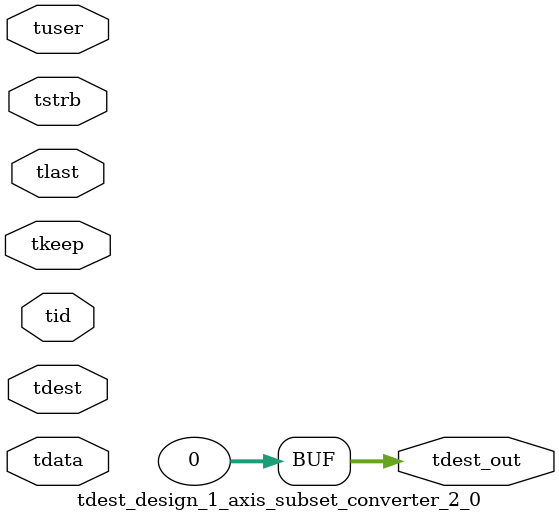
<source format=v>


`timescale 1ps/1ps

module tdest_design_1_axis_subset_converter_2_0 #
(
parameter C_S_AXIS_TDATA_WIDTH = 32,
parameter C_S_AXIS_TUSER_WIDTH = 0,
parameter C_S_AXIS_TID_WIDTH   = 0,
parameter C_S_AXIS_TDEST_WIDTH = 0,
parameter C_M_AXIS_TDEST_WIDTH = 32
)
(
input  [(C_S_AXIS_TDATA_WIDTH == 0 ? 1 : C_S_AXIS_TDATA_WIDTH)-1:0     ] tdata,
input  [(C_S_AXIS_TUSER_WIDTH == 0 ? 1 : C_S_AXIS_TUSER_WIDTH)-1:0     ] tuser,
input  [(C_S_AXIS_TID_WIDTH   == 0 ? 1 : C_S_AXIS_TID_WIDTH)-1:0       ] tid,
input  [(C_S_AXIS_TDEST_WIDTH == 0 ? 1 : C_S_AXIS_TDEST_WIDTH)-1:0     ] tdest,
input  [(C_S_AXIS_TDATA_WIDTH/8)-1:0 ] tkeep,
input  [(C_S_AXIS_TDATA_WIDTH/8)-1:0 ] tstrb,
input                                                                    tlast,
output [C_M_AXIS_TDEST_WIDTH-1:0] tdest_out
);

assign tdest_out = {1'b0};

endmodule


</source>
